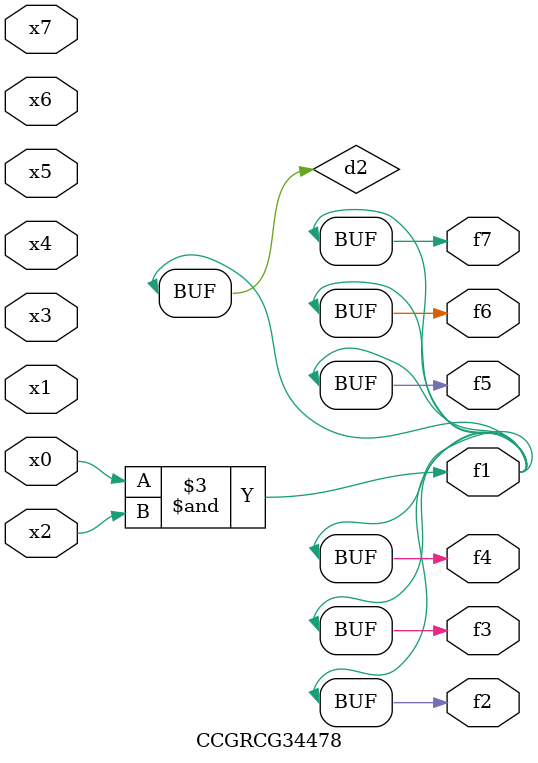
<source format=v>
module CCGRCG34478(
	input x0, x1, x2, x3, x4, x5, x6, x7,
	output f1, f2, f3, f4, f5, f6, f7
);

	wire d1, d2;

	nor (d1, x3, x6);
	and (d2, x0, x2);
	assign f1 = d2;
	assign f2 = d2;
	assign f3 = d2;
	assign f4 = d2;
	assign f5 = d2;
	assign f6 = d2;
	assign f7 = d2;
endmodule

</source>
